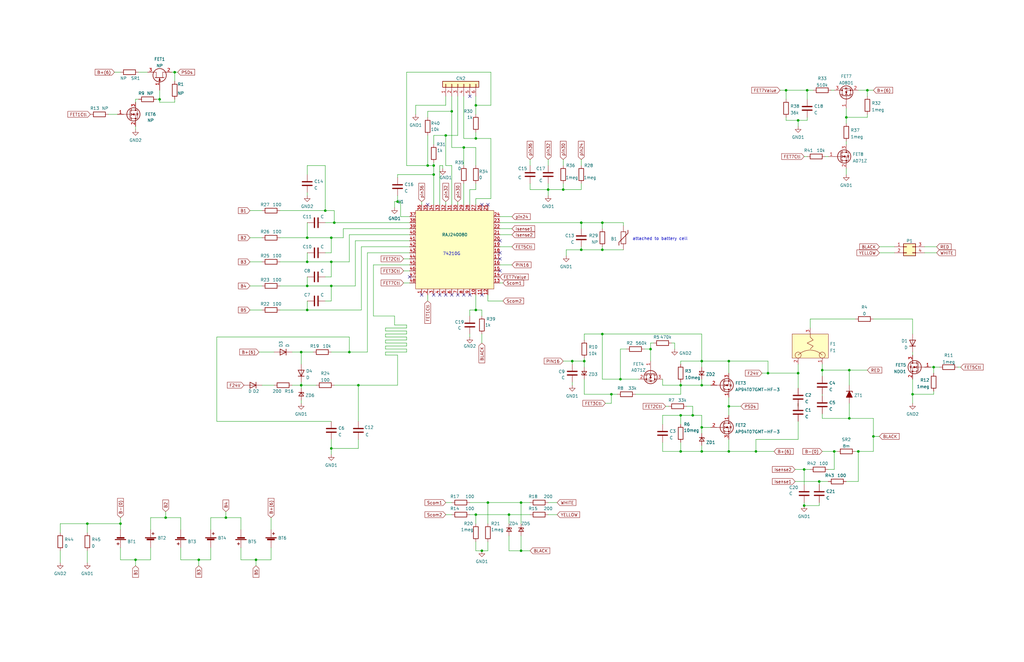
<source format=kicad_sch>
(kicad_sch (version 20211123) (generator eeschema)
  (paper "USLedger")
  (title_block (rev "1.0"))
  (junction (at 336.55 50.8))
  (junction (at 339.09 213.36))
  (junction (at 307.34 171.45))
  (junction (at 140.97 93.98))
  (junction (at 182.88 69.85))
  (junction (at 187.96 57.15))
  (junction (at 200.66 217.17))
  (junction (at 139.7 120.65))
  (junction (at 129.54 110.49))
  (junction (at 295.91 190.5))
  (junction (at 318.77 190.5))
  (junction (at 205.74 212.09))
  (junction (at 361.95 190.5))
  (junction (at 257.81 166.37))
  (junction (at 139.7 100.33))
  (junction (at 203.2 232.41))
  (junction (at 295.91 152.4))
  (junction (at 261.62 160.02))
  (junction (at 69.85 218.44))
  (junction (at 393.7 154.94))
  (junction (at 182.88 73.66))
  (junction (at 245.11 93.98))
  (junction (at 287.02 190.5))
  (junction (at 292.1 175.26))
  (junction (at 180.34 69.85))
  (junction (at 254 105.41))
  (junction (at 167.64 85.09))
  (junction (at 127 162.56))
  (junction (at 190.5 46.99))
  (junction (at 129.54 120.65))
  (junction (at 214.63 217.17))
  (junction (at 129.54 130.81))
  (junction (at 345.44 203.2))
  (junction (at 254 93.98))
  (junction (at 107.95 236.22))
  (junction (at 219.71 232.41))
  (junction (at 139.7 110.49))
  (junction (at 137.16 88.9))
  (junction (at 346.71 156.21))
  (junction (at 139.7 189.23))
  (junction (at 254 140.97))
  (junction (at 241.3 152.4))
  (junction (at 151.13 162.56))
  (junction (at 73.66 30.48))
  (junction (at 287.02 162.56))
  (junction (at 83.82 236.22))
  (junction (at 358.14 156.21))
  (junction (at 246.38 152.4))
  (junction (at 384.81 166.37))
  (junction (at 67.31 41.91))
  (junction (at 219.71 212.09))
  (junction (at 195.58 62.23))
  (junction (at 336.55 157.48))
  (junction (at 295.91 180.34))
  (junction (at 237.49 80.01))
  (junction (at 295.91 162.56))
  (junction (at 200.66 130.81))
  (junction (at 200.66 58.42))
  (junction (at 356.87 49.53))
  (junction (at 340.36 38.1))
  (junction (at 147.32 148.59))
  (junction (at 95.25 218.44))
  (junction (at 339.09 198.12))
  (junction (at 129.54 100.33))
  (junction (at 245.11 105.41))
  (junction (at 127 148.59))
  (junction (at 36.83 220.98))
  (junction (at 50.8 220.98))
  (junction (at 307.34 190.5))
  (junction (at 274.32 147.32))
  (junction (at 323.85 157.48))
  (junction (at 307.34 152.4))
  (junction (at 231.14 80.01))
  (junction (at 365.76 38.1))
  (junction (at 358.14 176.53))
  (junction (at 368.3 184.15))
  (junction (at 287.02 175.26))
  (junction (at 331.47 38.1))
  (junction (at 351.79 190.5))
  (junction (at 57.15 236.22))
  (junction (at 200.66 44.45))
  (no_connect (at 180.34 86.36))
  (no_connect (at 205.74 86.36))
  (no_connect (at 203.2 86.36))
  (no_connect (at 172.72 116.84))
  (no_connect (at 210.82 114.3))
  (no_connect (at 177.8 124.46))
  (no_connect (at 182.88 124.46))
  (no_connect (at 185.42 124.46))
  (no_connect (at 195.58 124.46))
  (no_connect (at 193.04 124.46))
  (no_connect (at 190.5 124.46))
  (no_connect (at 187.96 124.46))
  (no_connect (at 203.2 124.46))
  (no_connect (at 198.12 124.46))
  (no_connect (at 210.82 109.22))
  (no_connect (at 210.82 101.6))
  (no_connect (at 210.82 106.68))
  (no_connect (at 198.12 40.64))
  (wire (pts (xy 336.55 50.8) (xy 340.36 50.8)))
  (wire (pts (xy 129.54 81.28) (xy 129.54 82.55)))
  (wire (pts (xy 342.9 38.1) (xy 340.36 38.1)))
  (wire (pts (xy 36.83 220.98) (xy 50.8 220.98)))
  (wire (pts (xy 137.16 116.84) (xy 139.7 116.84)))
  (wire (pts (xy 405.13 154.94) (xy 403.86 154.94)))
  (wire (pts (xy 168.91 85.09) (xy 167.64 85.09)))
  (wire (pts (xy 147.32 110.49) (xy 147.32 99.06)))
  (wire (pts (xy 129.54 110.49) (xy 129.54 106.68)))
  (wire (pts (xy 66.04 41.91) (xy 67.31 41.91)))
  (wire (pts (xy 48.26 30.48) (xy 50.8 30.48)))
  (wire (pts (xy 101.6 231.14) (xy 101.6 236.22)))
  (wire (pts (xy 295.91 140.97) (xy 254 140.97)))
  (wire (pts (xy 57.15 236.22) (xy 57.15 238.76)))
  (wire (pts (xy 182.88 73.66) (xy 182.88 69.85)))
  (wire (pts (xy 187.96 40.64) (xy 187.96 44.45)))
  (wire (pts (xy 195.58 58.42) (xy 195.58 40.64)))
  (wire (pts (xy 171.45 144.78) (xy 171.45 146.05)))
  (wire (pts (xy 115.57 162.56) (xy 110.49 162.56)))
  (wire (pts (xy 331.47 49.53) (xy 331.47 50.8)))
  (wire (pts (xy 139.7 106.68) (xy 139.7 100.33)))
  (wire (pts (xy 101.6 223.52) (xy 101.6 218.44)))
  (wire (pts (xy 287.02 161.29) (xy 287.02 162.56)))
  (wire (pts (xy 127 161.29) (xy 127 162.56)))
  (wire (pts (xy 25.4 220.98) (xy 25.4 224.79)))
  (wire (pts (xy 170.18 114.3) (xy 172.72 114.3)))
  (wire (pts (xy 73.66 43.18) (xy 67.31 43.18)))
  (wire (pts (xy 307.34 157.48) (xy 307.34 152.4)))
  (wire (pts (xy 58.42 41.91) (xy 57.15 41.91)))
  (wire (pts (xy 172.72 91.44) (xy 168.91 91.44)))
  (wire (pts (xy 368.3 38.1) (xy 365.76 38.1)))
  (wire (pts (xy 331.47 38.1) (xy 331.47 41.91)))
  (wire (pts (xy 365.76 38.1) (xy 365.76 40.64)))
  (wire (pts (xy 105.41 100.33) (xy 110.49 100.33)))
  (wire (pts (xy 210.82 96.52) (xy 215.9 96.52)))
  (wire (pts (xy 368.3 134.62) (xy 384.81 134.62)))
  (wire (pts (xy 331.47 50.8) (xy 336.55 50.8)))
  (wire (pts (xy 210.82 99.06) (xy 215.9 99.06)))
  (wire (pts (xy 287.02 190.5) (xy 295.91 190.5)))
  (wire (pts (xy 341.63 134.62) (xy 360.68 134.62)))
  (wire (pts (xy 210.82 111.76) (xy 215.9 111.76)))
  (wire (pts (xy 177.8 85.09) (xy 177.8 86.36)))
  (wire (pts (xy 284.48 144.78) (xy 284.48 147.32)))
  (wire (pts (xy 210.82 91.44) (xy 215.9 91.44)))
  (wire (pts (xy 171.45 138.43) (xy 162.56 138.43)))
  (wire (pts (xy 198.12 212.09) (xy 205.74 212.09)))
  (wire (pts (xy 170.18 109.22) (xy 172.72 109.22)))
  (wire (pts (xy 212.09 127) (xy 205.74 127)))
  (wire (pts (xy 107.95 236.22) (xy 101.6 236.22)))
  (wire (pts (xy 254 140.97) (xy 254 160.02)))
  (wire (pts (xy 105.41 88.9) (xy 110.49 88.9)))
  (wire (pts (xy 323.85 152.4) (xy 323.85 157.48)))
  (wire (pts (xy 361.95 203.2) (xy 361.95 190.5)))
  (wire (pts (xy 162.56 140.97) (xy 162.56 142.24)))
  (wire (pts (xy 368.3 190.5) (xy 368.3 184.15)))
  (wire (pts (xy 279.4 190.5) (xy 287.02 190.5)))
  (wire (pts (xy 384.81 166.37) (xy 384.81 170.18)))
  (wire (pts (xy 187.96 212.09) (xy 190.5 212.09)))
  (wire (pts (xy 257.81 166.37) (xy 260.35 166.37)))
  (wire (pts (xy 279.4 186.69) (xy 279.4 190.5)))
  (wire (pts (xy 323.85 157.48) (xy 336.55 157.48)))
  (wire (pts (xy 231.14 217.17) (xy 234.95 217.17)))
  (wire (pts (xy 76.2 223.52) (xy 76.2 218.44)))
  (wire (pts (xy 76.2 218.44) (xy 69.85 218.44)))
  (wire (pts (xy 67.31 41.91) (xy 67.31 38.1)))
  (wire (pts (xy 182.88 60.96) (xy 182.88 57.15)))
  (wire (pts (xy 200.66 86.36) (xy 200.66 83.82)))
  (wire (pts (xy 200.66 44.45) (xy 200.66 48.26)))
  (wire (pts (xy 76.2 236.22) (xy 76.2 231.14)))
  (wire (pts (xy 365.76 48.26) (xy 365.76 49.53)))
  (wire (pts (xy 336.55 185.42) (xy 336.55 177.8)))
  (wire (pts (xy 307.34 171.45) (xy 312.42 171.45)))
  (wire (pts (xy 139.7 120.65) (xy 149.86 120.65)))
  (wire (pts (xy 180.34 49.53) (xy 180.34 46.99)))
  (wire (pts (xy 118.11 110.49) (xy 129.54 110.49)))
  (wire (pts (xy 203.2 140.97) (xy 203.2 144.78)))
  (wire (pts (xy 171.45 69.85) (xy 180.34 69.85)))
  (wire (pts (xy 262.89 95.25) (xy 262.89 93.98)))
  (wire (pts (xy 151.13 185.42) (xy 151.13 189.23)))
  (wire (pts (xy 336.55 157.48) (xy 336.55 163.83)))
  (wire (pts (xy 339.09 212.09) (xy 339.09 213.36)))
  (wire (pts (xy 127 162.56) (xy 133.35 162.56)))
  (wire (pts (xy 257.81 170.18) (xy 257.81 166.37)))
  (wire (pts (xy 175.26 44.45) (xy 175.26 48.26)))
  (wire (pts (xy 393.7 154.94) (xy 393.7 157.48)))
  (wire (pts (xy 171.45 143.51) (xy 162.56 143.51)))
  (wire (pts (xy 63.5 231.14) (xy 63.5 236.22)))
  (wire (pts (xy 195.58 77.47) (xy 195.58 86.36)))
  (wire (pts (xy 172.72 119.38) (xy 170.18 119.38)))
  (wire (pts (xy 283.21 144.78) (xy 284.48 144.78)))
  (wire (pts (xy 245.11 77.47) (xy 245.11 80.01)))
  (wire (pts (xy 370.84 106.68) (xy 377.19 106.68)))
  (wire (pts (xy 149.86 101.6) (xy 172.72 101.6)))
  (wire (pts (xy 36.83 224.79) (xy 36.83 220.98)))
  (wire (pts (xy 105.41 130.81) (xy 110.49 130.81)))
  (wire (pts (xy 307.34 190.5) (xy 318.77 190.5)))
  (wire (pts (xy 203.2 130.81) (xy 203.2 133.35)))
  (wire (pts (xy 129.54 73.66) (xy 129.54 69.85)))
  (wire (pts (xy 118.11 100.33) (xy 129.54 100.33)))
  (wire (pts (xy 254 160.02) (xy 261.62 160.02)))
  (wire (pts (xy 167.64 85.09) (xy 166.37 85.09)))
  (wire (pts (xy 203.2 232.41) (xy 205.74 232.41)))
  (wire (pts (xy 295.91 140.97) (xy 295.91 152.4)))
  (wire (pts (xy 105.41 110.49) (xy 110.49 110.49)))
  (wire (pts (xy 368.3 176.53) (xy 368.3 184.15)))
  (wire (pts (xy 210.82 119.38) (xy 212.09 119.38)))
  (wire (pts (xy 57.15 53.34) (xy 57.15 54.61)))
  (wire (pts (xy 127 162.56) (xy 127 163.83)))
  (wire (pts (xy 237.49 80.01) (xy 231.14 80.01)))
  (wire (pts (xy 207.01 44.45) (xy 207.01 30.48)))
  (wire (pts (xy 200.66 217.17) (xy 214.63 217.17)))
  (wire (pts (xy 198.12 133.35) (xy 198.12 130.81)))
  (wire (pts (xy 292.1 171.45) (xy 292.1 175.26)))
  (wire (pts (xy 279.4 162.56) (xy 287.02 162.56)))
  (wire (pts (xy 207.01 58.42) (xy 200.66 58.42)))
  (wire (pts (xy 152.4 104.14) (xy 172.72 104.14)))
  (wire (pts (xy 139.7 127) (xy 139.7 120.65)))
  (wire (pts (xy 245.11 105.41) (xy 238.76 105.41)))
  (wire (pts (xy 190.5 46.99) (xy 190.5 40.64)))
  (wire (pts (xy 336.55 153.67) (xy 336.55 157.48)))
  (wire (pts (xy 389.89 106.68) (xy 394.97 106.68)))
  (wire (pts (xy 358.14 176.53) (xy 358.14 170.18)))
  (wire (pts (xy 118.11 130.81) (xy 129.54 130.81)))
  (wire (pts (xy 356.87 59.69) (xy 356.87 60.96)))
  (wire (pts (xy 49.53 48.26) (xy 45.72 48.26)))
  (wire (pts (xy 139.7 116.84) (xy 139.7 110.49)))
  (wire (pts (xy 321.31 157.48) (xy 323.85 157.48)))
  (wire (pts (xy 349.25 198.12) (xy 351.79 198.12)))
  (wire (pts (xy 118.11 88.9) (xy 137.16 88.9)))
  (wire (pts (xy 365.76 49.53) (xy 356.87 49.53)))
  (wire (pts (xy 389.89 104.14) (xy 394.97 104.14)))
  (wire (pts (xy 198.12 80.01) (xy 198.12 86.36)))
  (wire (pts (xy 162.56 138.43) (xy 162.56 139.7)))
  (wire (pts (xy 180.34 69.85) (xy 182.88 69.85)))
  (wire (pts (xy 190.5 62.23) (xy 190.5 46.99)))
  (wire (pts (xy 57.15 236.22) (xy 50.8 236.22)))
  (wire (pts (xy 358.14 176.53) (xy 368.3 176.53)))
  (wire (pts (xy 295.91 182.88) (xy 295.91 180.34)))
  (wire (pts (xy 307.34 167.64) (xy 307.34 171.45)))
  (wire (pts (xy 195.58 62.23) (xy 190.5 62.23)))
  (wire (pts (xy 166.37 133.35) (xy 166.37 137.16)))
  (wire (pts (xy 279.4 175.26) (xy 287.02 175.26)))
  (wire (pts (xy 356.87 49.53) (xy 356.87 45.72)))
  (wire (pts (xy 336.55 50.8) (xy 336.55 53.34)))
  (wire (pts (xy 231.14 80.01) (xy 231.14 82.55)))
  (wire (pts (xy 129.54 130.81) (xy 129.54 127)))
  (wire (pts (xy 62.23 30.48) (xy 58.42 30.48)))
  (wire (pts (xy 129.54 69.85) (xy 137.16 69.85)))
  (wire (pts (xy 182.88 86.36) (xy 182.88 73.66)))
  (wire (pts (xy 88.9 236.22) (xy 83.82 236.22)))
  (wire (pts (xy 287.02 175.26) (xy 287.02 179.07)))
  (wire (pts (xy 171.45 30.48) (xy 171.45 69.85)))
  (wire (pts (xy 307.34 171.45) (xy 307.34 175.26)))
  (wire (pts (xy 384.81 160.02) (xy 384.81 166.37)))
  (wire (pts (xy 237.49 77.47) (xy 237.49 80.01)))
  (wire (pts (xy 167.64 82.55) (xy 167.64 85.09)))
  (wire (pts (xy 139.7 191.77) (xy 139.7 189.23)))
  (wire (pts (xy 200.66 80.01) (xy 198.12 80.01)))
  (wire (pts (xy 393.7 154.94) (xy 392.43 154.94)))
  (wire (pts (xy 396.24 154.94) (xy 393.7 154.94)))
  (wire (pts (xy 154.94 106.68) (xy 154.94 148.59)))
  (wire (pts (xy 200.66 124.46) (xy 200.66 130.81)))
  (wire (pts (xy 200.66 69.85) (xy 200.66 62.23)))
  (wire (pts (xy 105.41 120.65) (xy 110.49 120.65)))
  (wire (pts (xy 200.66 83.82) (xy 207.01 83.82)))
  (wire (pts (xy 162.56 142.24) (xy 171.45 142.24)))
  (wire (pts (xy 162.56 149.86) (xy 167.64 149.86)))
  (wire (pts (xy 254 93.98) (xy 245.11 93.98)))
  (wire (pts (xy 231.14 77.47) (xy 231.14 80.01)))
  (wire (pts (xy 245.11 80.01) (xy 237.49 80.01)))
  (wire (pts (xy 219.71 212.09) (xy 219.71 220.98)))
  (wire (pts (xy 88.9 231.14) (xy 88.9 236.22)))
  (wire (pts (xy 167.64 73.66) (xy 182.88 73.66)))
  (wire (pts (xy 182.88 68.58) (xy 182.88 69.85)))
  (wire (pts (xy 361.95 38.1) (xy 365.76 38.1)))
  (wire (pts (xy 171.45 148.59) (xy 162.56 148.59)))
  (wire (pts (xy 95.25 215.9) (xy 95.25 218.44)))
  (wire (pts (xy 149.86 120.65) (xy 149.86 101.6)))
  (wire (pts (xy 200.66 217.17) (xy 200.66 220.98)))
  (wire (pts (xy 50.8 218.44) (xy 50.8 220.98)))
  (wire (pts (xy 219.71 232.41) (xy 223.52 232.41)))
  (wire (pts (xy 109.22 148.59) (xy 115.57 148.59)))
  (wire (pts (xy 88.9 218.44) (xy 88.9 223.52)))
  (wire (pts (xy 356.87 203.2) (xy 361.95 203.2)))
  (wire (pts (xy 129.54 130.81) (xy 152.4 130.81)))
  (wire (pts (xy 190.5 69.85) (xy 190.5 86.36)))
  (wire (pts (xy 171.45 137.16) (xy 171.45 138.43)))
  (wire (pts (xy 167.64 74.93) (xy 167.64 73.66)))
  (wire (pts (xy 335.28 198.12) (xy 339.09 198.12)))
  (wire (pts (xy 91.44 177.8) (xy 91.44 142.24)))
  (wire (pts (xy 137.16 93.98) (xy 140.97 93.98)))
  (wire (pts (xy 346.71 166.37) (xy 346.71 167.005)))
  (wire (pts (xy 269.24 160.02) (xy 261.62 160.02)))
  (wire (pts (xy 205.74 212.09) (xy 219.71 212.09)))
  (wire (pts (xy 246.38 152.4) (xy 246.38 154.94)))
  (wire (pts (xy 151.13 162.56) (xy 140.97 162.56)))
  (wire (pts (xy 200.66 58.42) (xy 195.58 58.42)))
  (wire (pts (xy 162.56 143.51) (xy 162.56 144.78)))
  (wire (pts (xy 295.91 190.5) (xy 307.34 190.5)))
  (wire (pts (xy 83.82 236.22) (xy 83.82 238.76)))
  (wire (pts (xy 73.66 30.48) (xy 72.39 30.48)))
  (wire (pts (xy 205.74 220.98) (xy 205.74 212.09)))
  (wire (pts (xy 207.01 83.82) (xy 207.01 58.42)))
  (wire (pts (xy 129.54 116.84) (xy 129.54 120.65)))
  (wire (pts (xy 307.34 152.4) (xy 323.85 152.4)))
  (wire (pts (xy 274.32 147.32) (xy 274.32 152.4)))
  (wire (pts (xy 393.7 166.37) (xy 384.81 166.37)))
  (wire (pts (xy 360.68 190.5) (xy 361.95 190.5)))
  (wire (pts (xy 245.11 93.98) (xy 245.11 96.52)))
  (wire (pts (xy 295.91 187.96) (xy 295.91 190.5)))
  (wire (pts (xy 162.56 144.78) (xy 171.45 144.78)))
  (wire (pts (xy 214.63 217.17) (xy 223.52 217.17)))
  (wire (pts (xy 345.44 203.2) (xy 345.44 204.47)))
  (wire (pts (xy 340.36 38.1) (xy 340.36 41.91)))
  (wire (pts (xy 358.14 156.21) (xy 358.14 162.56)))
  (wire (pts (xy 207.01 30.48) (xy 171.45 30.48)))
  (wire (pts (xy 137.16 88.9) (xy 140.97 88.9)))
  (wire (pts (xy 171.45 142.24) (xy 171.45 143.51)))
  (wire (pts (xy 200.66 44.45) (xy 207.01 44.45)))
  (wire (pts (xy 274.32 144.78) (xy 274.32 147.32)))
  (wire (pts (xy 127 148.59) (xy 127 153.67)))
  (wire (pts (xy 25.4 232.41) (xy 25.4 237.49)))
  (wire (pts (xy 223.52 67.31) (xy 223.52 69.85)))
  (wire (pts (xy 339.09 198.12) (xy 339.09 204.47)))
  (wire (pts (xy 140.97 88.9) (xy 140.97 93.98)))
  (wire (pts (xy 193.04 40.64) (xy 193.04 57.15)))
  (wire (pts (xy 129.54 100.33) (xy 139.7 100.33)))
  (wire (pts (xy 340.36 50.8) (xy 340.36 49.53)))
  (wire (pts (xy 147.32 99.06) (xy 172.72 99.06)))
  (wire (pts (xy 129.54 120.65) (xy 139.7 120.65)))
  (wire (pts (xy 200.66 40.64) (xy 200.66 44.45)))
  (wire (pts (xy 180.34 57.15) (xy 180.34 69.85)))
  (wire (pts (xy 205.74 232.41) (xy 205.74 228.6)))
  (wire (pts (xy 193.04 57.15) (xy 187.96 57.15)))
  (wire (pts (xy 223.52 80.01) (xy 231.14 80.01)))
  (wire (pts (xy 186.69 69.85) (xy 186.69 71.12)))
  (wire (pts (xy 151.13 162.56) (xy 151.13 177.8)))
  (wire (pts (xy 139.7 110.49) (xy 147.32 110.49)))
  (wire (pts (xy 127 148.59) (xy 132.08 148.59)))
  (wire (pts (xy 69.85 215.9) (xy 69.85 218.44)))
  (wire (pts (xy 358.14 176.53) (xy 346.71 176.53)))
  (wire (pts (xy 180.34 124.46) (xy 180.34 127)))
  (wire (pts (xy 254 105.41) (xy 245.11 105.41)))
  (wire (pts (xy 246.38 166.37) (xy 257.81 166.37)))
  (wire (pts (xy 365.76 156.21) (xy 358.14 156.21)))
  (wire (pts (xy 36.83 220.98) (xy 25.4 220.98)))
  (wire (pts (xy 246.38 143.51) (xy 246.38 140.97)))
  (wire (pts (xy 198.12 140.97) (xy 198.12 142.24)))
  (wire (pts (xy 69.85 218.44) (xy 63.5 218.44)))
  (wire (pts (xy 162.56 147.32) (xy 171.45 147.32)))
  (wire (pts (xy 50.8 220.98) (xy 50.8 223.52)))
  (wire (pts (xy 73.66 34.29) (xy 73.66 30.48)))
  (wire (pts (xy 139.7 100.33) (xy 144.78 100.33)))
  (wire (pts (xy 187.96 44.45) (xy 175.26 44.45)))
  (wire (pts (xy 336.55 171.45) (xy 336.55 170.18)))
  (wire (pts (xy 238.76 107.95) (xy 238.76 105.41)))
  (wire (pts (xy 223.52 77.47) (xy 223.52 80.01)))
  (wire (pts (xy 182.88 57.15) (xy 187.96 57.15)))
  (wire (pts (xy 346.71 176.53) (xy 346.71 174.625)))
  (wire (pts (xy 347.98 66.04) (xy 349.25 66.04)))
  (wire (pts (xy 295.91 175.26) (xy 292.1 175.26)))
  (wire (pts (xy 370.84 104.14) (xy 377.19 104.14)))
  (wire (pts (xy 167.64 149.86) (xy 167.64 162.56)))
  (wire (pts (xy 91.44 142.24) (xy 147.32 142.24)))
  (wire (pts (xy 118.11 120.65) (xy 129.54 120.65)))
  (wire (pts (xy 129.54 100.33) (xy 129.54 93.98)))
  (wire (pts (xy 195.58 62.23) (xy 195.58 69.85)))
  (wire (pts (xy 246.38 160.02) (xy 246.38 166.37)))
  (wire (pts (xy 345.44 212.09) (xy 345.44 213.36)))
  (wire (pts (xy 187.96 217.17) (xy 190.5 217.17)))
  (wire (pts (xy 137.16 69.85) (xy 137.16 88.9)))
  (wire (pts (xy 262.89 93.98) (xy 254 93.98)))
  (wire (pts (xy 185.42 86.36) (xy 185.42 69.85)))
  (wire (pts (xy 137.16 127) (xy 139.7 127)))
  (wire (pts (xy 147.32 142.24) (xy 147.32 148.59)))
  (wire (pts (xy 384.81 148.59) (xy 384.81 149.86)))
  (wire (pts (xy 157.48 111.76) (xy 172.72 111.76)))
  (wire (pts (xy 147.32 148.59) (xy 154.94 148.59)))
  (wire (pts (xy 287.02 153.67) (xy 287.02 152.4)))
  (wire (pts (xy 36.83 232.41) (xy 36.83 237.49)))
  (wire (pts (xy 162.56 148.59) (xy 162.56 149.86)))
  (wire (pts (xy 57.15 41.91) (xy 57.15 43.18)))
  (wire (pts (xy 198.12 130.81) (xy 200.66 130.81)))
  (wire (pts (xy 231.14 212.09) (xy 234.95 212.09)))
  (wire (pts (xy 346.71 156.21) (xy 346.71 153.67)))
  (wire (pts (xy 219.71 212.09) (xy 223.52 212.09)))
  (wire (pts (xy 361.95 190.5) (xy 368.3 190.5)))
  (wire (pts (xy 287.02 186.69) (xy 287.02 190.5)))
  (wire (pts (xy 95.25 218.44) (xy 101.6 218.44)))
  (wire (pts (xy 187.96 57.15) (xy 187.96 69.85)))
  (wire (pts (xy 350.52 38.1) (xy 351.79 38.1)))
  (wire (pts (xy 346.71 156.21) (xy 346.71 158.75)))
  (wire (pts (xy 335.28 203.2) (xy 345.44 203.2)))
  (wire (pts (xy 318.77 190.5) (xy 326.39 190.5)))
  (wire (pts (xy 214.63 217.17) (xy 214.63 220.98)))
  (wire (pts (xy 140.97 93.98) (xy 172.72 93.98)))
  (wire (pts (xy 210.82 104.14) (xy 215.9 104.14)))
  (wire (pts (xy 356.87 71.12) (xy 356.87 73.66)))
  (wire (pts (xy 151.13 189.23) (xy 139.7 189.23)))
  (wire (pts (xy 358.14 156.21) (xy 346.71 156.21)))
  (wire (pts (xy 292.1 175.26) (xy 287.02 175.26)))
  (wire (pts (xy 114.3 218.44) (xy 114.3 223.52)))
  (wire (pts (xy 193.04 85.09) (xy 193.04 86.36)))
  (wire (pts (xy 187.96 85.09) (xy 187.96 86.36)))
  (wire (pts (xy 255.27 170.18) (xy 257.81 170.18)))
  (wire (pts (xy 307.34 152.4) (xy 295.91 152.4)))
  (wire (pts (xy 339.09 198.12) (xy 341.63 198.12)))
  (wire (pts (xy 246.38 140.97) (xy 254 140.97)))
  (wire (pts (xy 279.4 160.02) (xy 279.4 162.56)))
  (wire (pts (xy 287.02 166.37) (xy 287.02 162.56)))
  (wire (pts (xy 83.82 236.22) (xy 76.2 236.22)))
  (wire (pts (xy 279.4 175.26) (xy 279.4 179.07)))
  (wire (pts (xy 368.3 184.15) (xy 370.84 184.15)))
  (wire (pts (xy 318.77 190.5) (xy 318.77 185.42)))
  (wire (pts (xy 114.3 231.14) (xy 114.3 236.22)))
  (wire (pts (xy 254 93.98) (xy 254 96.52)))
  (wire (pts (xy 205.74 124.46) (xy 205.74 127)))
  (wire (pts (xy 331.47 38.1) (xy 340.36 38.1)))
  (wire (pts (xy 127 168.91) (xy 127 170.18)))
  (wire (pts (xy 50.8 236.22) (xy 50.8 231.14)))
  (wire (pts (xy 214.63 226.06) (xy 214.63 232.41)))
  (wire (pts (xy 328.93 38.1) (xy 331.47 38.1)))
  (wire (pts (xy 200.66 228.6) (xy 200.66 232.41)))
  (wire (pts (xy 351.79 190.5) (xy 353.06 190.5)))
  (wire (pts (xy 295.91 160.02) (xy 295.91 162.56)))
  (wire (pts (xy 139.7 177.8) (xy 91.44 177.8)))
  (wire (pts (xy 295.91 152.4) (xy 295.91 154.94)))
  (wire (pts (xy 67.31 43.18) (xy 67.31 41.91)))
  (wire (pts (xy 356.87 49.53) (xy 356.87 52.07)))
  (wire (pts (xy 231.14 67.31) (xy 231.14 69.85)))
  (wire (pts (xy 241.3 153.67) (xy 241.3 152.4)))
  (wire (pts (xy 114.3 236.22) (xy 107.95 236.22)))
  (wire (pts (xy 171.45 140.97) (xy 162.56 140.97)))
  (wire (pts (xy 129.54 110.49) (xy 139.7 110.49)))
  (wire (pts (xy 245.11 105.41) (xy 245.11 104.14)))
  (wire (pts (xy 157.48 111.76) (xy 157.48 133.35)))
  (wire (pts (xy 123.19 148.59) (xy 127 148.59)))
  (wire (pts (xy 123.19 162.56) (xy 127 162.56)))
  (wire (pts (xy 152.4 130.81) (xy 152.4 104.14)))
  (wire (pts (xy 341.63 138.43) (xy 341.63 134.62)))
  (wire (pts (xy 200.66 55.88) (xy 200.66 58.42)))
  (wire (pts (xy 245.11 67.31) (xy 245.11 69.85)))
  (wire (pts (xy 241.3 162.56) (xy 241.3 161.29)))
  (wire (pts (xy 339.09 66.04) (xy 340.36 66.04)))
  (wire (pts (xy 393.7 165.1) (xy 393.7 166.37)))
  (wire (pts (xy 280.67 171.45) (xy 281.94 171.45)))
  (wire (pts (xy 137.16 106.68) (xy 139.7 106.68)))
  (wire (pts (xy 219.71 226.06) (xy 219.71 232.41)))
  (wire (pts (xy 351.79 198.12) (xy 351.79 190.5)))
  (wire (pts (xy 162.56 139.7) (xy 171.45 139.7)))
  (wire (pts (xy 144.78 96.52) (xy 172.72 96.52)))
  (wire (pts (xy 214.63 232.41) (xy 219.71 232.41)))
  (wire (pts (xy 162.56 146.05) (xy 162.56 147.32)))
  (wire (pts (xy 267.97 166.37) (xy 287.02 166.37)))
  (wire (pts (xy 195.58 62.23) (xy 200.66 62.23)))
  (wire (pts (xy 289.56 171.45) (xy 292.1 171.45)))
  (wire (pts (xy 318.77 185.42) (xy 336.55 185.42)))
  (wire (pts (xy 237.49 152.4) (xy 241.3 152.4)))
  (wire (pts (xy 187.96 69.85) (xy 190.5 69.85)))
  (wire (pts (xy 198.12 217.17) (xy 200.66 217.17)))
  (wire (pts (xy 262.89 105.41) (xy 254 105.41)))
  (wire (pts (xy 241.3 152.4) (xy 246.38 152.4)))
  (wire (pts (xy 200.66 77.47) (xy 200.66 80.01)))
  (wire (pts (xy 254 105.41) (xy 254 104.14)))
  (wire (pts (xy 246.38 151.13) (xy 246.38 152.4)))
  (wire (pts (xy 237.49 67.31) (xy 237.49 69.85)))
  (wire (pts (xy 203.2 130.81) (xy 200.66 130.81)))
  (wire (pts (xy 157.48 133.35) (xy 166.37 133.35)))
  (wire (pts (xy 287.02 162.56) (xy 295.91 162.56)))
  (wire (pts (xy 154.94 106.68) (xy 172.72 106.68)))
  (wire (pts (xy 167.64 162.56) (xy 151.13 162.56)))
  (wire (pts (xy 295.91 180.34) (xy 295.91 175.26)))
  (wire (pts (xy 73.66 41.91) (xy 73.66 43.18)))
  (wire (pts (xy 345.44 203.2) (xy 349.25 203.2)))
  (wire (pts (xy 210.82 93.98) (xy 245.11 93.98)))
  (wire (pts (xy 144.78 100.33) (xy 144.78 96.52)))
  (wire (pts (xy 274.32 147.32) (xy 271.78 147.32)))
  (wire (pts (xy 166.37 137.16) (xy 171.45 137.16)))
  (wire (pts (xy 295.91 162.56) (xy 299.72 162.56)))
  (wire (pts (xy 185.42 69.85) (xy 186.69 69.85)))
  (wire (pts (xy 73.66 30.48) (xy 74.93 30.48)))
  (wire (pts (xy 346.71 190.5) (xy 351.79 190.5)))
  (wire (pts (xy 171.45 147.32) (xy 171.45 148.59)))
  (wire (pts (xy 264.16 147.32) (xy 261.62 147.32)))
  (wire (pts (xy 107.95 236.22) (xy 107.95 238.76)))
  (wire (pts (xy 180.34 46.99) (xy 190.5 46.99)))
  (wire (pts (xy 274.32 144.78) (xy 275.59 144.78)))
  (wire (pts (xy 168.91 91.44) (xy 168.91 85.09)))
  (wire (pts (xy 339.09 213.36) (xy 345.44 213.36)))
  (wire (pts (xy 171.45 139.7) (xy 171.45 140.97)))
  (wire (pts (xy 200.66 232.41) (xy 203.2 232.41)))
  (wire (pts (xy 261.62 147.32) (xy 261.62 160.02)))
  (wire (pts (xy 139.7 148.59) (xy 147.32 148.59)))
  (wire (pts (xy 171.45 146.05) (xy 162.56 146.05)))
  (wire (pts (xy 88.9 218.44) (xy 95.25 218.44)))
  (wire (pts (xy 295.91 180.34) (xy 299.72 180.34)))
  (wire (pts (xy 166.37 85.09) (xy 166.37 87.63)))
  (wire (pts (xy 63.5 218.44) (xy 63.5 223.52)))
  (wire (pts (xy 63.5 236.22) (xy 57.15 236.22)))
  (wire (pts (xy 139.7 189.23) (xy 139.7 185.42)))
  (wire (pts (xy 307.34 190.5) (xy 307.34 185.42)))
  (wire (pts (xy 287.02 152.4) (xy 295.91 152.4)))
  (wire (pts (xy 384.81 134.62) (xy 384.81 140.97)))
  (text "74210G" (at 186.69 107.95 0) (effects (font (size 1.27 1.27)) (justify left bottom)))
  (text "attached to battery cell" (at 266.7 101.6 0) (effects (font (size 1.27 1.27)) (justify left bottom)))
  (global_label "B5" (shape input) (at 105.41 130.81 180) (property "Intersheet References" "${INTERSHEET_REFS}" (effects hide)))
  (global_label "Isense2" (shape input) (at 215.9 99.06 0) (property "Intersheet References" "${INTERSHEET_REFS}" (effects hide)))
  (global_label "FET7Value" (shape input) (at 328.93 38.1 180) (property "Intersheet References" "${INTERSHEET_REFS}" (effects hide)))
  (global_label "B+(6)" (shape input) (at 114.3 218.44 90) (property "Intersheet References" "${INTERSHEET_REFS}" (effects hide)))
  (global_label "pin36" (shape input) (at 177.8 85.09 90) (property "Intersheet References" "${INTERSHEET_REFS}" (effects hide)))
  (global_label "Scom1" (shape input) (at 212.09 119.38 0) (property "Intersheet References" "${INTERSHEET_REFS}" (effects hide)))
  (global_label "Isense1" (shape input) (at 215.9 96.52 0) (property "Intersheet References" "${INTERSHEET_REFS}" (effects hide)))
  (global_label "pin32" (shape input) (at 187.96 85.09 90) (property "Intersheet References" "${INTERSHEET_REFS}" (effects hide)))
  (global_label "B3" (shape input) (at 83.82 238.76 270) (property "Intersheet References" "${INTERSHEET_REFS}" (effects hide)))
  (global_label "WHITE" (shape input) (at 394.97 106.68 0) (property "Intersheet References" "${INTERSHEET_REFS}" (effects hide)))
  (global_label "YELLOW" (shape input) (at 234.95 217.17 0) (property "Intersheet References" "${INTERSHEET_REFS}" (effects hide)))
  (global_label "RED" (shape input) (at 394.97 104.14 0) (property "Intersheet References" "${INTERSHEET_REFS}" (effects hide)))
  (global_label "FET2Ctl" (shape input) (at 170.18 109.22 180) (property "Intersheet References" "${INTERSHEET_REFS}" (effects hide)))
  (global_label "FET3Ctl" (shape input) (at 255.27 170.18 180) (property "Intersheet References" "${INTERSHEET_REFS}" (effects hide)))
  (global_label "FET7Value" (shape input) (at 210.82 116.84 0) (property "Intersheet References" "${INTERSHEET_REFS}" (effects hide)))
  (global_label "B+(6)" (shape input) (at 368.3 38.1 0) (property "Intersheet References" "${INTERSHEET_REFS}" (effects hide)))
  (global_label "B+(6)" (shape input) (at 48.26 30.48 180) (property "Intersheet References" "${INTERSHEET_REFS}" (effects hide)))
  (global_label "pin36" (shape input) (at 223.52 67.31 90) (property "Intersheet References" "${INTERSHEET_REFS}" (effects hide)))
  (global_label "pin30" (shape input) (at 193.04 85.09 90) (property "Intersheet References" "${INTERSHEET_REFS}" (effects hide)))
  (global_label "F24V" (shape input) (at 321.31 157.48 180) (property "Intersheet References" "${INTERSHEET_REFS}" (effects hide)))
  (global_label "Isense2" (shape input) (at 335.28 198.12 180) (property "Intersheet References" "${INTERSHEET_REFS}" (effects hide)))
  (global_label "B4" (shape input) (at 105.41 120.65 180) (property "Intersheet References" "${INTERSHEET_REFS}" (effects hide)))
  (global_label "FET1Ctl" (shape input) (at 180.34 127 270) (property "Intersheet References" "${INTERSHEET_REFS}" (effects hide)))
  (global_label "FET1Ctl" (shape input) (at 38.1 48.26 180) (property "Intersheet References" "${INTERSHEET_REFS}" (effects hide)))
  (global_label "B4" (shape input) (at 95.25 215.9 90) (property "Intersheet References" "${INTERSHEET_REFS}" (effects hide)))
  (global_label "WHITE" (shape input) (at 234.95 212.09 0) (property "Intersheet References" "${INTERSHEET_REFS}" (effects hide)))
  (global_label "pin24" (shape input) (at 215.9 91.44 0) (property "Intersheet References" "${INTERSHEET_REFS}" (effects hide)))
  (global_label "B+(6)" (shape input) (at 109.22 148.59 180) (property "Intersheet References" "${INTERSHEET_REFS}" (effects hide)))
  (global_label "FET3Ctl" (shape input) (at 170.18 114.3 180) (property "Intersheet References" "${INTERSHEET_REFS}" (effects hide)))
  (global_label "B3" (shape input) (at 105.41 110.49 180) (property "Intersheet References" "${INTERSHEET_REFS}" (effects hide)))
  (global_label "pin24" (shape input) (at 245.11 67.31 90) (property "Intersheet References" "${INTERSHEET_REFS}" (effects hide)))
  (global_label "pin32" (shape input) (at 231.14 67.31 90) (property "Intersheet References" "${INTERSHEET_REFS}" (effects hide)))
  (global_label "BLACK" (shape input) (at 223.52 232.41 0) (property "Intersheet References" "${INTERSHEET_REFS}" (effects hide)))
  (global_label "B1" (shape input) (at 105.41 88.9 180) (property "Intersheet References" "${INTERSHEET_REFS}" (effects hide)))
  (global_label "F24V" (shape input) (at 102.87 162.56 180) (property "Intersheet References" "${INTERSHEET_REFS}" (effects hide)))
  (global_label "B-(0)" (shape input) (at 346.71 190.5 180) (property "Intersheet References" "${INTERSHEET_REFS}" (effects hide)))
  (global_label "B+(6)" (shape input) (at 326.39 190.5 0) (property "Intersheet References" "${INTERSHEET_REFS}" (effects hide)))
  (global_label "PIN16" (shape input) (at 215.9 111.76 0) (property "Intersheet References" "${INTERSHEET_REFS}" (effects hide)))
  (global_label "FET7Ctl" (shape input) (at 170.18 119.38 180) (property "Intersheet References" "${INTERSHEET_REFS}" (effects hide)))
  (global_label "YELLOW" (shape input) (at 370.84 106.68 180) (property "Intersheet References" "${INTERSHEET_REFS}" (effects hide)))
  (global_label "BLACK" (shape input) (at 370.84 104.14 180) (property "Intersheet References" "${INTERSHEET_REFS}" (effects hide)))
  (global_label "pin30" (shape input) (at 237.49 67.31 90) (property "Intersheet References" "${INTERSHEET_REFS}" (effects hide)))
  (global_label "B1" (shape input) (at 57.15 238.76 270) (property "Intersheet References" "${INTERSHEET_REFS}" (effects hide)))
  (global_label "PSDs" (shape input) (at 74.93 30.48 0) (property "Intersheet References" "${INTERSHEET_REFS}" (effects hide)))
  (global_label "FET2Ctl" (shape input) (at 280.67 171.45 180) (property "Intersheet References" "${INTERSHEET_REFS}" (effects hide)))
  (global_label "FET5Ctl" (shape input) (at 215.9 104.14 0) (property "Intersheet References" "${INTERSHEET_REFS}" (effects hide)))
  (global_label "BLACK" (shape input) (at 203.2 144.78 270) (property "Intersheet References" "${INTERSHEET_REFS}" (effects hide)))
  (global_label "B5" (shape input) (at 107.95 238.76 270) (property "Intersheet References" "${INTERSHEET_REFS}" (effects hide)))
  (global_label "PSDs" (shape input) (at 312.42 171.45 0) (property "Intersheet References" "${INTERSHEET_REFS}" (effects hide)))
  (global_label "PIN16" (shape input) (at 237.49 152.4 180) (property "Intersheet References" "${INTERSHEET_REFS}" (effects hide)))
  (global_label "BLACK" (shape input) (at 370.84 184.15 0) (property "Intersheet References" "${INTERSHEET_REFS}" (effects hide)))
  (global_label "FET5Ctl" (shape input) (at 405.13 154.94 0) (property "Intersheet References" "${INTERSHEET_REFS}" (effects hide)))
  (global_label "Scom1" (shape input) (at 187.96 212.09 180) (property "Intersheet References" "${INTERSHEET_REFS}" (effects hide)))
  (global_label "B2" (shape input) (at 105.41 100.33 180) (property "Intersheet References" "${INTERSHEET_REFS}" (effects hide)))
  (global_label "Isense1" (shape input) (at 335.28 203.2 180) (property "Intersheet References" "${INTERSHEET_REFS}" (effects hide)))
  (global_label "B2" (shape input) (at 69.85 215.9 90) (property "Intersheet References" "${INTERSHEET_REFS}" (effects hide)))
  (global_label "B-(0)" (shape input) (at 50.8 218.44 90) (property "Intersheet References" "${INTERSHEET_REFS}" (effects hide)))
  (global_label "Scom2" (shape input) (at 187.96 217.17 180) (property "Intersheet References" "${INTERSHEET_REFS}" (effects hide)))
  (global_label "FET7Ctl" (shape input) (at 339.09 66.04 180) (property "Intersheet References" "${INTERSHEET_REFS}" (effects hide)))
  (global_label "RED" (shape input) (at 365.76 156.21 0) (property "Intersheet References" "${INTERSHEET_REFS}" (effects hide)))
  (global_label "Scom2" (shape input) (at 212.09 127 0) (property "Intersheet References" "${INTERSHEET_REFS}" (effects hide)))
  (symbol (lib_id "Device:D_Zener_Small") (at 246.38 157.48 90) (unit 1)
    (property "Reference" "ZD3" (at 248.158 157.959 90) (effects (justify right)))
    (property "Value" "D_Zener_Small" (effects hide))
  )
  (symbol (lib_id "Device:Q_NMOS_GSD") (at 54.61 48.26 0) (unit 1)
    (property "Reference" "FET6" (at 63.5 48.26 0))
    (property "Value" "NP" (at 63.5 50.8 0))
  )
  (symbol (lib_id "Device:Battery_Cell") (at 63.5 228.6 0) (unit 1)
    (property "Reference" "BT2" (at 66.421 227.047 0) (effects (justify left)))
    (property "Value" "Battery_Cell" (effects hide))
  )
  (symbol (lib_id "DJ96_00193E:240080") (at 190.5 106.68 90) (unit 1)
    (property "Reference" "U1" (at 168.91 85.09 90))
    (property "Value" "RAJ240080" (at 191.77 99.06 90))
    (property "Datasheet" "https://www.renesas.com/us/en/document/dst/raj240080-data-sheet?r=501371" (effects hide))
  )
  (symbol (lib_id "Device:R") (at 114.3 100.33 90) (unit 1)
    (property "Reference" "R26" (at 111.76 97.79 90))
    (property "Value" "100" (at 116.84 97.79 90))
  )
  (symbol (lib_id "Device:C") (at 133.35 93.98 90) (unit 1)
    (property "Reference" "C11" (at 129.54 91.44 90))
    (property "Value" "C" (at 135.89 91.44 90))
  )
  (symbol (lib_id "Device:R") (at 346.71 38.1 90) (unit 1)
    (property "Reference" "R33" (at 346.71 33.1175 90))
    (property "Value" "510k" (at 346.71 35.8926 90))
  )
  (symbol (lib_id "Device:C") (at 241.3 157.48 180) (unit 1)
    (property "Reference" "C9" (at 236.855 156.845 0))
    (property "Value" "C" (at 237.49 159.385 0))
  )
  (symbol (lib_id "Device:C") (at 151.13 181.61 0) (unit 1)
    (property "Reference" "C12" (at 153.67 180.34 0) (effects (justify left)))
    (property "Value" "C" (at 154.051 183.4766 0) (effects (justify left)))
  )
  (symbol (lib_id "Device:R") (at 353.06 203.2 90) (unit 1)
    (property "Reference" "R43" (at 351.79 200.66 90) (effects (justify left)))
    (property "Value" "100" (at 356.87 200.66 90) (effects (justify left)))
  )
  (symbol (lib_id "Device:R") (at 279.4 144.78 270) (unit 1)
    (property "Reference" "R5" (at 278.13 142.24 90) (effects (justify right)))
    (property "Value" "470k" (at 283.21 142.24 90) (effects (justify right)))
  )
  (symbol (lib_id "Device:R") (at 254 100.33 0) (mirror y) (unit 1)
    (property "Reference" "R29" (at 252.222 99.4215 0) (effects (justify left)))
    (property "Value" "NP" (at 252.222 102.1966 0) (effects (justify left)))
  )
  (symbol (lib_id "Device:R") (at 203.2 137.16 0) (unit 1)
    (property "Reference" "R39" (at 207.01 134.62 0))
    (property "Value" "1k" (at 205.74 137.16 0))
  )
  (symbol (lib_id "Device:R") (at 365.76 44.45 0) (unit 1)
    (property "Reference" "R32" (at 367.538 43.5415 0) (effects (justify left)))
    (property "Value" "1meg" (at 367.538 46.3166 0) (effects (justify left)))
  )
  (symbol (lib_id "Device:R") (at 137.16 162.56 90) (unit 1)
    (property "Reference" "R24" (at 137.16 157.5775 90))
    (property "Value" "100" (at 137.16 160.3526 90))
  )
  (symbol (lib_id "Device:C") (at 133.35 106.68 90) (unit 1)
    (property "Reference" "C10" (at 129.54 104.14 90))
    (property "Value" "C" (at 135.89 104.14 90))
  )
  (symbol (lib_id "Device:D_Zener_Filled") (at 358.14 166.37 270) (unit 1)
    (property "Reference" "ZT1" (at 360.172 166.849 90) (effects (justify left)))
    (property "Value" "D_Zener_Filled" (effects hide))
  )
  (symbol (lib_id "power:GND2") (at 25.4 237.49 0) (unit 1)
    (property "Reference" "#PWR0104" (effects hide))
    (property "Value" "GND2" (at 25.4 242.0525 0))
  )
  (symbol (lib_id "power:GND1") (at 175.26 48.26 0) (unit 1)
    (property "Reference" "#PWR0110" (effects hide))
    (property "Value" "GND1" (at 175.26 52.8225 0))
  )
  (symbol (lib_id "Device:R") (at 195.58 73.66 0) (unit 1)
    (property "Reference" "R35" (at 191.77 68.58 0) (effects (justify left)))
    (property "Value" "0" (at 193.04 71.12 0) (effects (justify left)))
  )
  (symbol (lib_id "Device:Battery_Cell") (at 76.2 226.06 180) (unit 1)
    (property "Reference" "BT3" (at 79.121 228.571 0) (effects (justify right)))
    (property "Value" "Battery_Cell" (effects hide))
  )
  (symbol (lib_id "power:GND1") (at 241.3 162.56 0) (unit 1)
    (property "Reference" "#PWR0116" (effects hide))
    (property "Value" "GND1" (at 241.3 167.1225 0))
  )
  (symbol (lib_id "Device:Q_NMOS_DGS") (at 304.8 162.56 0) (mirror x) (unit 1)
    (property "Reference" "FET3" (at 310.007 161.6515 0) (effects (justify left)))
    (property "Value" "AP94T07GMT-HF-3" (at 310.007 164.4266 0) (effects (justify left)))
  )
  (symbol (lib_id "power:GND1") (at 36.83 237.49 0) (unit 1)
    (property "Reference" "#PWR0105" (effects hide))
    (property "Value" "GND1" (at 36.83 242.0525 0))
  )
  (symbol (lib_id "Device:C") (at 336.55 173.99 0) (unit 1)
    (property "Reference" "C1" (at 339.471 173.0815 0) (effects (justify left)))
    (property "Value" "C" (at 339.471 175.8566 0) (effects (justify left)))
  )
  (symbol (lib_id "Device:R") (at 237.49 73.66 180) (unit 1)
    (property "Reference" "R36" (at 242.57 69.85 0) (effects (justify left)))
    (property "Value" "1meg" (at 243.84 74.93 0) (effects (justify left)))
  )
  (symbol (lib_id "Device:R") (at 114.3 130.81 90) (unit 1)
    (property "Reference" "R22" (at 111.76 128.27 90))
    (property "Value" "100" (at 116.84 128.27 90))
  )
  (symbol (lib_id "Device:R") (at 194.31 212.09 90) (unit 1)
    (property "Reference" "R17" (at 191.77 209.55 90))
    (property "Value" "100" (at 198.12 209.55 90))
  )
  (symbol (lib_id "power:GND1") (at 231.14 82.55 0) (unit 1)
    (property "Reference" "#PWR0111" (effects hide))
    (property "Value" "GND1" (at 231.14 87.1125 0))
  )
  (symbol (lib_id "Device:Q_NMOS_DGS") (at 304.8 180.34 0) (unit 1)
    (property "Reference" "FET2" (at 310.007 179.4315 0) (effects (justify left)))
    (property "Value" "AP94T07GMT-HF-3" (at 310.007 182.2066 0) (effects (justify left)))
  )
  (symbol (lib_id "Device:R") (at 119.38 162.56 270) (unit 1)
    (property "Reference" "R16" (at 121.92 165.1 90))
    (property "Value" "200" (at 116.84 165.1 90))
  )
  (symbol (lib_id "power:GND1") (at 238.76 107.95 0) (mirror y) (unit 1)
    (property "Reference" "#PWR0118" (effects hide))
    (property "Value" "GND1" (at 238.76 112.5125 0))
  )
  (symbol (lib_id "Device:C") (at 167.64 78.74 0) (unit 1)
    (property "Reference" "C16" (at 170.561 77.8315 0) (effects (justify left)))
    (property "Value" "C" (at 170.561 80.6066 0) (effects (justify left)))
  )
  (symbol (lib_id "Device:R") (at 245.11 73.66 180) (unit 1)
    (property "Reference" "R28" (at 250.19 69.85 0) (effects (justify left)))
    (property "Value" "1meg" (at 251.46 74.93 0) (effects (justify left)))
  )
  (symbol (lib_id "Device:R") (at 135.89 148.59 270) (unit 1)
    (property "Reference" "R19" (at 134.62 146.05 90) (effects (justify right)))
    (property "Value" "10k" (at 139.7 146.05 90) (effects (justify right)))
  )
  (symbol (lib_id "power:GND1") (at 139.7 191.77 0) (unit 1)
    (property "Reference" "#PWR0103" (effects hide))
    (property "Value" "GND1" (at 139.7 196.3325 0))
  )
  (symbol (lib_id "Device:C") (at 336.55 167.64 0) (unit 1)
    (property "Reference" "C2" (at 339.471 166.7315 0) (effects (justify left)))
    (property "Value" "C" (at 339.471 169.5066 0) (effects (justify left)))
  )
  (symbol (lib_id "Device:D_Zener_Small") (at 295.91 185.42 270) (unit 1)
    (property "Reference" "ZD1" (at 299.72 186.69 90))
    (property "Value" "D_Zener_Small" (effects hide))
  )
  (symbol (lib_id "Device:R") (at 200.66 224.79 0) (unit 1)
    (property "Reference" "R20" (at 195.58 220.98 0) (effects (justify left)))
    (property "Value" "1meg" (at 194.31 223.52 0) (effects (justify left)))
  )
  (symbol (lib_id "Device:R") (at 344.17 66.04 90) (unit 1)
    (property "Reference" "R41" (at 342.9 63.5 90) (effects (justify left)))
    (property "Value" "10k" (at 347.98 63.5 90) (effects (justify left)))
  )
  (symbol (lib_id "Device:R") (at 194.31 217.17 90) (unit 1)
    (property "Reference" "R14" (at 191.77 214.63 90))
    (property "Value" "100" (at 198.12 214.63 90))
  )
  (symbol (lib_id "Device:R") (at 114.3 120.65 90) (unit 1)
    (property "Reference" "R23" (at 111.76 118.11 90))
    (property "Value" "100" (at 116.84 118.11 90))
  )
  (symbol (lib_id "Device:Thermistor") (at 262.89 100.33 0) (mirror y) (unit 1)
    (property "Reference" "B1" (at 260.223 100.809 0) (effects (justify left)))
    (property "Value" "Thermistor" (effects hide))
  )
  (symbol (lib_id "Device:R") (at 393.7 161.29 0) (mirror y) (unit 1)
    (property "Reference" "R12" (at 391.922 160.3815 0) (effects (justify left)))
    (property "Value" "1meg" (at 391.922 163.1566 0) (effects (justify left)))
  )
  (symbol (lib_id "Device:R") (at 25.4 228.6 0) (unit 1)
    (property "Reference" "R44" (at 27.178 227.6915 0) (effects (justify left)))
    (property "Value" "0" (at 27.178 230.4666 0) (effects (justify left)))
  )
  (symbol (lib_id "power:GND2") (at 198.12 142.24 0) (unit 1)
    (property "Reference" "#PWR0107" (effects hide))
    (property "Value" "GND2" (at 198.12 146.05 0))
  )
  (symbol (lib_id "Device:C") (at 346.71 170.815 0) (unit 1)
    (property "Reference" "C5" (at 349.631 169.9065 0) (effects (justify left)))
    (property "Value" "C" (at 349.631 172.6816 0) (effects (justify left)))
  )
  (symbol (lib_id "Device:R") (at 267.97 147.32 270) (unit 1)
    (property "Reference" "R2" (at 264.16 144.78 90) (effects (justify left)))
    (property "Value" "560k" (at 267.97 144.78 90) (effects (justify left)))
  )
  (symbol (lib_id "Device:Battery_Cell") (at 101.6 226.06 180) (unit 1)
    (property "Reference" "BT5" (at 104.521 228.571 0) (effects (justify right)))
    (property "Value" "Battery_Cell" (effects hide))
  )
  (symbol (lib_id "power:GND2") (at 129.54 82.55 0) (unit 1)
    (property "Reference" "#PWR0119" (effects hide))
    (property "Value" "GND2" (at 129.54 87.1125 0))
  )
  (symbol (lib_id "Device:R") (at 200.66 52.07 180) (unit 1)
    (property "Reference" "R30" (at 199.39 46.99 0) (effects (justify left)))
    (property "Value" "1k" (at 199.39 49.53 0) (effects (justify left)))
  )
  (symbol (lib_id "Device:R") (at 62.23 41.91 90) (unit 1)
    (property "Reference" "R9" (at 60.96 39.37 90) (effects (justify left)))
    (property "Value" "NP" (at 64.77 39.37 90) (effects (justify left)))
  )
  (symbol (lib_id "Device:R") (at 400.05 154.94 270) (mirror x) (unit 1)
    (property "Reference" "R11" (at 400.05 149.9575 90))
    (property "Value" "1meg" (at 400.05 152.7326 90))
  )
  (symbol (lib_id "power:GND1") (at 166.37 87.63 0) (unit 1)
    (property "Reference" "#PWR0117" (effects hide))
    (property "Value" "GND1" (at 166.37 92.1925 0))
  )
  (symbol (lib_id "Device:R") (at 54.61 30.48 270) (unit 1)
    (property "Reference" "SR1" (at 57.15 33.02 90))
    (property "Value" "NP" (at 52.07 33.02 90))
  )
  (symbol (lib_id "DJ96_00193E:F1") (at 349.25 148.59 270) (unit 1)
    (property "Reference" "F1" (at 349.9612 145.1415 90) (effects (justify left)))
    (property "Value" "F1" (at 349.9612 147.9166 90) (effects (justify left)))
  )
  (symbol (lib_id "Device:R") (at 345.44 198.12 90) (unit 1)
    (property "Reference" "R42" (at 344.17 195.58 90) (effects (justify left)))
    (property "Value" "100" (at 349.25 195.58 90) (effects (justify left)))
  )
  (symbol (lib_id "power:GND2") (at 384.81 170.18 0) (mirror y) (unit 1)
    (property "Reference" "#PWR0115" (effects hide))
    (property "Value" "GND2" (at 384.81 174.7425 0))
  )
  (symbol (lib_id "Device:D_Zener_Small") (at 295.91 157.48 90) (unit 1)
    (property "Reference" "ZD2" (at 297.688 157.959 90) (effects (justify right)))
    (property "Value" "D_Zener_Small" (effects hide))
  )
  (symbol (lib_id "Device:D") (at 119.38 148.59 180) (unit 1)
    (property "Reference" "D3" (at 118.4715 146.558 90) (effects (justify right)))
    (property "Value" "D" (at 121.2466 146.558 90) (effects (justify right)))
  )
  (symbol (lib_id "Device:Q_NMOS_GSD") (at 387.35 154.94 0) (mirror y) (unit 1)
    (property "Reference" "FET5" (at 382.143 154.0315 0) (effects (justify left)))
    (property "Value" "NDD1" (at 382.143 156.8066 0) (effects (justify left)))
  )
  (symbol (lib_id "Device:R") (at 227.33 212.09 90) (unit 1)
    (property "Reference" "R18" (at 224.79 209.55 90))
    (property "Value" "200" (at 231.14 209.55 90))
  )
  (symbol (lib_id "Device:C") (at 279.4 182.88 0) (unit 1)
    (property "Reference" "C3" (at 282.321 181.9715 0) (effects (justify left)))
    (property "Value" "C" (at 282.321 184.7466 0) (effects (justify left)))
  )
  (symbol (lib_id "Device:Battery_Cell") (at 88.9 228.6 0) (unit 1)
    (property "Reference" "BT4" (at 91.821 227.047 0) (effects (justify left)))
    (property "Value" "Battery_Cell" (effects hide))
  )
  (symbol (lib_id "Device:C") (at 129.54 77.47 0) (unit 1)
    (property "Reference" "C14" (at 132.461 76.5615 0) (effects (justify left)))
    (property "Value" "C" (at 132.461 79.3366 0) (effects (justify left)))
  )
  (symbol (lib_id "power:GND1") (at 336.55 53.34 0) (unit 1)
    (property "Reference" "#PWR0112" (effects hide))
    (property "Value" "GND1" (at 336.55 57.9025 0))
  )
  (symbol (lib_id "Device:D_Zener_Small") (at 127 166.37 270) (unit 1)
    (property "Reference" "ZD6" (at 128.778 166.849 90) (effects (justify left)))
    (property "Value" "D_Zener_Small" (effects hide))
  )
  (symbol (lib_id "Connector_Generic:Conn_02x02_Top_Bottom") (at 382.27 104.14 0) (unit 1)
    (property "Reference" "P1" (at 383.54 101.6785 0))
    (property "Value" "Conn_02x02_Top_Bottom" (effects hide))
  )
  (symbol (lib_id "Device:C") (at 340.36 45.72 0) (unit 1)
    (property "Reference" "C18" (at 343.281 44.8115 0) (effects (justify left)))
    (property "Value" "C" (at 343.281 47.5866 0) (effects (justify left)))
  )
  (symbol (lib_id "power:GND1") (at 127 170.18 0) (unit 1)
    (property "Reference" "#PWR0102" (effects hide))
    (property "Value" "GND1" (at 127 174.7425 0))
  )
  (symbol (lib_id "Device:R") (at 200.66 73.66 0) (unit 1)
    (property "Reference" "R34" (at 201.93 72.39 0) (effects (justify left)))
    (property "Value" "0" (at 201.93 74.93 0) (effects (justify left)))
  )
  (symbol (lib_id "Device:R") (at 227.33 217.17 90) (unit 1)
    (property "Reference" "R15" (at 224.79 214.63 90))
    (property "Value" "200" (at 231.14 214.63 90))
  )
  (symbol (lib_id "Device:C") (at 133.35 116.84 90) (unit 1)
    (property "Reference" "C8" (at 129.54 114.3 90))
    (property "Value" "C" (at 135.89 114.3 90))
  )
  (symbol (lib_id "Device:R") (at 205.74 224.79 180) (unit 1)
    (property "Reference" "R21" (at 207.01 220.98 0) (effects (justify right)))
    (property "Value" "1meg" (at 207.01 223.52 0) (effects (justify right)))
  )
  (symbol (lib_id "Device:C") (at 346.71 162.56 0) (unit 1)
    (property "Reference" "C4" (at 349.631 161.6515 0) (effects (justify left)))
    (property "Value" "C" (at 349.631 164.4266 0) (effects (justify left)))
  )
  (symbol (lib_id "power:GND1") (at 203.2 232.41 0) (unit 1)
    (property "Reference" "#PWR0108" (effects hide))
    (property "Value" "GND1" (at 203.2 236.9725 0))
  )
  (symbol (lib_id "Connector_Generic:Conn_01x06") (at 193.04 35.56 90) (unit 1)
    (property "Reference" "CN2" (at 194.31 33.0985 90))
    (property "Value" "Conn_01x06" (effects hide))
  )
  (symbol (lib_id "Device:R") (at 182.88 64.77 180) (unit 1)
    (property "Reference" "R31" (at 187.96 60.96 0) (effects (justify left)))
    (property "Value" "1k" (at 186.69 63.5 0) (effects (justify left)))
  )
  (symbol (lib_id "Device:C") (at 133.35 127 90) (unit 1)
    (property "Reference" "C7" (at 129.54 124.46 90))
    (property "Value" "C" (at 135.89 124.46 90))
  )
  (symbol (lib_id "Device:C") (at 198.12 137.16 0) (unit 1)
    (property "Reference" "C19" (at 191.77 135.89 0) (effects (justify left)))
    (property "Value" "C" (at 193.04 138.43 0) (effects (justify left)))
  )
  (symbol (lib_id "Device:C") (at 339.09 208.28 0) (unit 1)
    (property "Reference" "C20" (at 332.74 205.74 0) (effects (justify left)))
    (property "Value" "C" (at 332.74 208.28 0) (effects (justify left)))
  )
  (symbol (lib_id "power:GND1") (at 186.69 71.12 0) (unit 1)
    (property "Reference" "#PWR?" (effects hide))
    (property "Value" "GND1" (at 187.96 74.93 0))
  )
  (symbol (lib_id "Device:Q_NMOS_GSD") (at 274.32 157.48 270) (unit 1)
    (property "Reference" "FET4" (at 269.24 153.67 90))
    (property "Value" "A071Z" (at 269.24 156.21 90))
  )
  (symbol (lib_id "Device:C") (at 223.52 73.66 0) (unit 1)
    (property "Reference" "C15" (at 218.44 71.12 0) (effects (justify left)))
    (property "Value" "C" (at 218.44 74.93 0) (effects (justify left)))
  )
  (symbol (lib_id "Device:D_Zener_Small") (at 219.71 223.52 270) (unit 1)
    (property "Reference" "ZD5" (at 219.71 220.98 90) (effects (justify left)))
    (property "Value" "D_Zener_Small" (effects hide))
  )
  (symbol (lib_id "Device:D") (at 106.68 162.56 180) (unit 1)
    (property "Reference" "D2" (at 107.95 165.1 0))
    (property "Value" "D" (at 105.41 165.1 0))
  )
  (symbol (lib_id "Device:C") (at 139.7 181.61 0) (unit 1)
    (property "Reference" "C6" (at 142.621 180.7015 0) (effects (justify left)))
    (property "Value" "C" (at 142.621 183.4766 0) (effects (justify left)))
  )
  (symbol (lib_id "Device:R") (at 36.83 228.6 0) (unit 1)
    (property "Reference" "R45" (at 38.608 227.6915 0) (effects (justify left)))
    (property "Value" "0" (at 38.608 230.4666 0) (effects (justify left)))
  )
  (symbol (lib_id "power:GND1") (at 356.87 73.66 0) (unit 1)
    (property "Reference" "#PWR0114" (effects hide))
    (property "Value" "GND1" (at 356.87 78.2225 0))
  )
  (symbol (lib_id "Device:R") (at 356.87 55.88 180) (unit 1)
    (property "Reference" "R37" (at 358.648 54.9715 0) (effects (justify right)))
    (property "Value" "1meg" (at 358.648 57.7466 0) (effects (justify right)))
  )
  (symbol (lib_id "Device:R") (at 331.47 45.72 0) (unit 1)
    (property "Reference" "R38" (at 333.248 44.8115 0) (effects (justify left)))
    (property "Value" "36k" (at 333.248 47.5866 0) (effects (justify left)))
  )
  (symbol (lib_id "Device:Q_NJFET_GSD") (at 67.31 33.02 90) (unit 1)
    (property "Reference" "FET1" (at 67.31 24.9641 90))
    (property "Value" "NP" (at 67.31 27.7392 90))
  )
  (symbol (lib_id "Device:R") (at 287.02 182.88 0) (unit 1)
    (property "Reference" "R6" (at 288.29 179.07 0) (effects (justify left)))
    (property "Value" "10meg" (at 288.29 181.61 0) (effects (justify left)))
  )
  (symbol (lib_id "Device:R") (at 114.3 110.49 90) (unit 1)
    (property "Reference" "R25" (at 111.76 107.95 90))
    (property "Value" "100" (at 116.84 107.95 90))
  )
  (symbol (lib_id "Device:R") (at 364.49 134.62 270) (mirror x) (unit 1)
    (property "Reference" "R4" (at 364.49 129.6375 90))
    (property "Value" "0" (at 364.49 132.4126 90))
  )
  (symbol (lib_id "Device:Battery_Cell") (at 50.8 226.06 180) (unit 1)
    (property "Reference" "BT1" (at 53.721 228.571 0) (effects (justify right)))
    (property "Value" "Battery_Cell" (effects hide))
  )
  (symbol (lib_id "Device:Battery_Cell") (at 114.3 228.6 0) (unit 1)
    (property "Reference" "BT6" (at 117.221 227.047 0) (effects (justify left)))
    (property "Value" "Battery_Cell" (effects hide))
  )
  (symbol (lib_id "power:GND1") (at 339.09 213.36 0) (unit 1)
    (property "Reference" "#PWR0101" (effects hide))
    (property "Value" "GND1" (at 339.09 217.9225 0))
  )
  (symbol (lib_id "Device:C") (at 245.11 100.33 0) (mirror y) (unit 1)
    (property "Reference" "C13" (at 242.189 99.4215 0) (effects (justify left)))
    (property "Value" "C" (at 242.189 102.1966 0) (effects (justify left)))
  )
  (symbol (lib_id "Device:R") (at 41.91 48.26 90) (unit 1)
    (property "Reference" "R13" (at 41.91 45.72 90) (effects (justify left)))
    (property "Value" "NP" (at 45.72 45.72 90) (effects (justify left)))
  )
  (symbol (lib_id "Device:Q_NMOS_GSD") (at 356.87 40.64 90) (unit 1)
    (property "Reference" "FET7" (at 356.87 32.2285 90))
    (property "Value" "A08D1" (at 356.87 35.0036 90))
  )
  (symbol (lib_id "power:GND2") (at 57.15 54.61 0) (unit 1)
    (property "Reference" "#PWR0106" (effects hide))
    (property "Value" "GND2" (at 57.15 59.1725 0))
  )
  (symbol (lib_id "Device:D") (at 127 157.48 90) (unit 1)
    (property "Reference" "D4" (at 129.032 156.5715 90) (effects (justify right)))
    (property "Value" "D" (at 129.032 159.3466 90) (effects (justify right)))
  )
  (symbol (lib_id "Device:C") (at 345.44 208.28 0) (unit 1)
    (property "Reference" "C21" (at 348.361 207.3715 0) (effects (justify left)))
    (property "Value" "C" (at 348.361 210.1466 0) (effects (justify left)))
  )
  (symbol (lib_id "Device:C") (at 231.14 73.66 0) (unit 1)
    (property "Reference" "C17" (at 226.06 71.12 0) (effects (justify left)))
    (property "Value" "C" (at 227.33 76.2 0) (effects (justify left)))
  )
  (symbol (lib_id "Device:R") (at 73.66 38.1 180) (unit 1)
    (property "Reference" "R1" (at 76.2 35.56 0))
    (property "Value" "NP" (at 76.2 39.37 0))
  )
  (symbol (lib_id "Device:D") (at 384.81 144.78 270) (mirror x) (unit 1)
    (property "Reference" "D1" (at 382.778 143.8715 90) (effects (justify right)))
    (property "Value" "D" (at 382.778 146.6466 90) (effects (justify right)))
  )
  (symbol (lib_id "Device:D_Zener_Small") (at 214.63 223.52 270) (unit 1)
    (property "Reference" "ZD4" (at 214.63 220.98 90) (effects (justify left)))
    (property "Value" "D_Zener_Small" (effects hide))
  )
  (symbol (lib_id "Device:R") (at 180.34 53.34 0) (unit 1)
    (property "Reference" "R40" (at 181.61 52.07 0) (effects (justify left)))
    (property "Value" "10k" (at 181.61 54.61 0) (effects (justify left)))
  )
  (symbol (lib_id "Device:R") (at 356.87 190.5 90) (unit 1)
    (property "Reference" "SR2" (at 356.87 185.5175 90))
    (property "Value" "8m" (at 356.87 188.2926 90))
  )
  (symbol (lib_id "Device:R") (at 285.75 171.45 90) (unit 1)
    (property "Reference" "R7" (at 284.48 168.91 90) (effects (justify left)))
    (property "Value" "33k" (at 289.56 168.91 90) (effects (justify left)))
  )
  (symbol (lib_id "Device:Q_NMOS_GSD") (at 354.33 66.04 0) (unit 1)
    (property "Reference" "FET8" (at 359.537 65.1315 0) (effects (justify left)))
    (property "Value" "A071Z" (at 359.537 67.9066 0) (effects (justify left)))
  )
  (symbol (lib_id "Device:R") (at 264.16 166.37 90) (unit 1)
    (property "Reference" "R8" (at 261.62 163.83 90))
    (property "Value" "33k" (at 266.7 163.83 90))
  )
  (symbol (lib_id "Device:R") (at 246.38 147.32 180) (unit 1)
    (property "Reference" "R10" (at 248.158 146.4115 0) (effects (justify right)))
    (property "Value" "10k" (at 248.158 149.1866 0) (effects (justify right)))
  )
  (symbol (lib_id "power:GND2") (at 284.48 147.32 0) (unit 1)
    (property "Reference" "#PWR0109" (effects hide))
    (property "Value" "GND2" (at 286.385 149.069 0) (effects (justify left)))
  )
  (symbol (lib_id "Device:R") (at 287.02 157.48 0) (unit 1)
    (property "Reference" "R3" (at 288.798 156.5715 0) (effects (justify left)))
    (property "Value" "10meg" (at 288.798 159.3466 0) (effects (justify left)))
  )
  (symbol (lib_id "Device:R") (at 114.3 88.9 90) (unit 1)
    (property "Reference" "R27" (at 111.76 86.36 90))
    (property "Value" "100" (at 116.84 86.36 90))
  )
)
</source>
